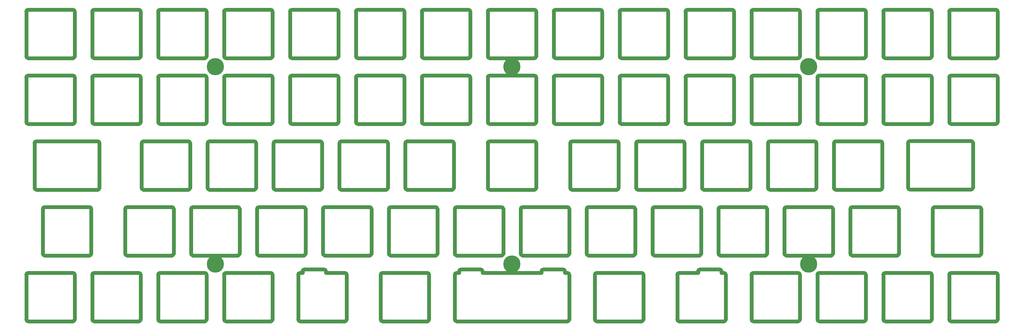
<source format=gbr>
%TF.GenerationSoftware,KiCad,Pcbnew,9.0.4*%
%TF.CreationDate,2026-01-18T18:40:26+01:00*%
%TF.ProjectId,tsuka60-pro-plate,7473756b-6136-4302-9d70-726f2d706c61,rev?*%
%TF.SameCoordinates,Original*%
%TF.FileFunction,Soldermask,Bot*%
%TF.FilePolarity,Negative*%
%FSLAX46Y46*%
G04 Gerber Fmt 4.6, Leading zero omitted, Abs format (unit mm)*
G04 Created by KiCad (PCBNEW 9.0.4) date 2026-01-18 18:40:26*
%MOMM*%
%LPD*%
G01*
G04 APERTURE LIST*
%ADD10C,1.100000*%
%ADD11C,2.900000*%
%ADD12C,5.000000*%
G04 APERTURE END LIST*
D10*
%TO.C,S1*%
X144606250Y-171600000D02*
X144606250Y-158600000D01*
X145106250Y-158100000D02*
X145850606Y-158100000D01*
X145850000Y-158100000D02*
X145850000Y-157599999D01*
X146350000Y-157099999D02*
X152100000Y-157099999D01*
X152600000Y-158100000D02*
X152600000Y-157599999D01*
X152600000Y-158100000D02*
X158106250Y-158100000D01*
X158106250Y-172100000D02*
X145106250Y-172100000D01*
X158606250Y-158600000D02*
X158606250Y-171600000D01*
X189850000Y-171600000D02*
X189850000Y-158600000D01*
X190350000Y-158100000D02*
X191094961Y-158100000D01*
X191093750Y-158100000D02*
X191093750Y-157599999D01*
X191593750Y-157099999D02*
X197343750Y-157099999D01*
X197843750Y-158100000D02*
X197843750Y-157599999D01*
X197843750Y-158100000D02*
X214906250Y-158100000D01*
X203350000Y-172100000D02*
X190350000Y-172100000D01*
X212875000Y-172100000D02*
X199875000Y-172100000D01*
X212875000Y-172100000D02*
X199875000Y-172100000D01*
X214906250Y-158100000D02*
X214906250Y-157599999D01*
X215406250Y-157099999D02*
X221156250Y-157099999D01*
X221656250Y-158100000D02*
X221656250Y-157599999D01*
X221656250Y-158100000D02*
X222400000Y-158100000D01*
X222400000Y-172100000D02*
X209400000Y-172100000D01*
X222900000Y-158600000D02*
X222900000Y-171600000D01*
X254143750Y-171600000D02*
X254143750Y-158600000D01*
X254646514Y-158101116D02*
X260150000Y-158100000D01*
X260150000Y-158100000D02*
X260150000Y-157599999D01*
X260650000Y-157099999D02*
X266400000Y-157099999D01*
X266900000Y-158100000D02*
X266900000Y-157599999D01*
X266900000Y-158100000D02*
X267643750Y-158100000D01*
X267643750Y-172100000D02*
X254643750Y-172100000D01*
X268143750Y-158600000D02*
X268143750Y-171600000D01*
X144609014Y-158601116D02*
G75*
G02*
X145109014Y-158101114I500086J-84D01*
G01*
X145106250Y-172100000D02*
G75*
G02*
X144606300Y-171600000I50J500000D01*
G01*
X145850000Y-157599999D02*
G75*
G02*
X146350000Y-157100000I500000J-1D01*
G01*
X152100000Y-157099999D02*
G75*
G02*
X152600001Y-157599999I0J-500001D01*
G01*
X158106250Y-158100000D02*
G75*
G02*
X158606200Y-158600000I-50J-500000D01*
G01*
X158606250Y-171600000D02*
G75*
G02*
X158106250Y-172100050I-500050J0D01*
G01*
X189852764Y-158601116D02*
G75*
G02*
X190352764Y-158101064I500136J-84D01*
G01*
X190350000Y-172100000D02*
G75*
G02*
X189850000Y-171600000I0J500000D01*
G01*
X191093750Y-157599999D02*
G75*
G02*
X191593750Y-157100050I499950J-1D01*
G01*
X197343750Y-157099999D02*
G75*
G02*
X197843801Y-157599999I-50J-500101D01*
G01*
X214906250Y-157599999D02*
G75*
G02*
X215406250Y-157099999I500001J-1D01*
G01*
X221156250Y-157099999D02*
G75*
G02*
X221656250Y-157599999I-1J-500001D01*
G01*
X222400000Y-158100000D02*
G75*
G02*
X222900000Y-158600000I-1J-500001D01*
G01*
X222900000Y-171600000D02*
G75*
G02*
X222400000Y-172100000I-500001J1D01*
G01*
X254146514Y-158601116D02*
G75*
G02*
X254646514Y-158101116I500112J-112D01*
G01*
X254643750Y-172100000D02*
G75*
G02*
X254143750Y-171600000I1J500001D01*
G01*
X260150000Y-157599999D02*
G75*
G02*
X260650000Y-157099999I500001J-1D01*
G01*
X266400000Y-157099999D02*
G75*
G02*
X266900000Y-157599999I-1J-500001D01*
G01*
X267643750Y-158100000D02*
G75*
G02*
X268143750Y-158600000I-1J-500001D01*
G01*
X268143750Y-171600000D02*
G75*
G02*
X267643750Y-172100000I-500001J1D01*
G01*
%TO.C,MX56*%
X266050000Y-152550000D02*
X266050000Y-139550000D01*
X266550000Y-139050000D02*
X279550000Y-139050000D01*
X279550000Y-153050000D02*
X266550000Y-153050000D01*
X280050000Y-139550000D02*
X280050000Y-152550000D01*
X266050000Y-139550000D02*
G75*
G02*
X266550000Y-139050000I500000J0D01*
G01*
X266550000Y-153050000D02*
G75*
G02*
X266050000Y-152550000I0J500000D01*
G01*
X279550000Y-139050000D02*
G75*
G02*
X280050000Y-139550000I2J-499998D01*
G01*
X280047236Y-152548884D02*
G75*
G02*
X279547236Y-153048884I-499998J-2D01*
G01*
%TO.C,MX73*%
X294625000Y-171600000D02*
X294625000Y-158600000D01*
X295125000Y-158100000D02*
X308125000Y-158100000D01*
X308125000Y-172100000D02*
X295125000Y-172100000D01*
X308625000Y-158600000D02*
X308625000Y-171600000D01*
X294625000Y-158600000D02*
G75*
G02*
X295125000Y-158100000I500000J0D01*
G01*
X295125000Y-172100000D02*
G75*
G02*
X294625000Y-171600000I0J500000D01*
G01*
X308125000Y-158100000D02*
G75*
G02*
X308625000Y-158600000I2J-499998D01*
G01*
X308622236Y-171598884D02*
G75*
G02*
X308122236Y-172098884I-499998J-2D01*
G01*
%TO.C,MX39*%
X223187500Y-133500000D02*
X223187500Y-120500000D01*
X223687500Y-120000000D02*
X236687500Y-120000000D01*
X236687500Y-134000000D02*
X223687500Y-134000000D01*
X237187500Y-120500000D02*
X237187500Y-133500000D01*
X223187500Y-120500000D02*
G75*
G02*
X223687500Y-120000000I500000J0D01*
G01*
X223687500Y-134000000D02*
G75*
G02*
X223187500Y-133500000I0J500000D01*
G01*
X236687500Y-120000000D02*
G75*
G02*
X237187500Y-120500000I2J-499998D01*
G01*
X237184736Y-133498884D02*
G75*
G02*
X236684736Y-133998884I-499998J-2D01*
G01*
%TO.C,MX19*%
X123175000Y-114450000D02*
X123175000Y-101450000D01*
X123675000Y-100950000D02*
X136675000Y-100950000D01*
X136675000Y-114950000D02*
X123675000Y-114950000D01*
X137175000Y-101450000D02*
X137175000Y-114450000D01*
X123175000Y-101450000D02*
G75*
G02*
X123675000Y-100950000I500000J0D01*
G01*
X123675000Y-114950000D02*
G75*
G02*
X123175000Y-114450000I0J500000D01*
G01*
X136675000Y-100950000D02*
G75*
G02*
X137175000Y-101450000I2J-499998D01*
G01*
X137172236Y-114448884D02*
G75*
G02*
X136672236Y-114948884I-499998J-2D01*
G01*
%TO.C,MX5*%
X142225000Y-95400000D02*
X142225000Y-82400000D01*
X142725000Y-81900000D02*
X155725000Y-81900000D01*
X155725000Y-95900000D02*
X142725000Y-95900000D01*
X156225000Y-82400000D02*
X156225000Y-95400000D01*
X142225000Y-82400000D02*
G75*
G02*
X142725000Y-81900000I500000J0D01*
G01*
X142725000Y-95900000D02*
G75*
G02*
X142225000Y-95400000I0J500000D01*
G01*
X155725000Y-81900000D02*
G75*
G02*
X156225000Y-82400000I2J-499998D01*
G01*
X156222236Y-95398884D02*
G75*
G02*
X155722236Y-95898884I-499998J-2D01*
G01*
%TO.C,MX16*%
X66025000Y-114450000D02*
X66025000Y-101450000D01*
X66525000Y-100950000D02*
X79525000Y-100950000D01*
X79525000Y-114950000D02*
X66525000Y-114950000D01*
X80025000Y-101450000D02*
X80025000Y-114450000D01*
X66025000Y-101450000D02*
G75*
G02*
X66525000Y-100950000I500000J0D01*
G01*
X66525000Y-114950000D02*
G75*
G02*
X66025000Y-114450000I0J500000D01*
G01*
X79525000Y-100950000D02*
G75*
G02*
X80025000Y-101450000I2J-499998D01*
G01*
X80022236Y-114448884D02*
G75*
G02*
X79522236Y-114948884I-499998J-2D01*
G01*
%TO.C,MX51*%
X151750000Y-152550000D02*
X151750000Y-139550000D01*
X152250000Y-139050000D02*
X165250000Y-139050000D01*
X165250000Y-153050000D02*
X152250000Y-153050000D01*
X165750000Y-139550000D02*
X165750000Y-152550000D01*
X151750000Y-139550000D02*
G75*
G02*
X152250000Y-139050000I500000J0D01*
G01*
X152250000Y-153050000D02*
G75*
G02*
X151750000Y-152550000I0J500000D01*
G01*
X165250000Y-139050000D02*
G75*
G02*
X165750000Y-139550000I2J-499998D01*
G01*
X165747236Y-152548884D02*
G75*
G02*
X165247236Y-153048884I-499998J-2D01*
G01*
%TO.C,MX40*%
X242237500Y-133500000D02*
X242237500Y-120500000D01*
X242737500Y-120000000D02*
X255737500Y-120000000D01*
X255737500Y-134000000D02*
X242737500Y-134000000D01*
X256237500Y-120500000D02*
X256237500Y-133500000D01*
X242237500Y-120500000D02*
G75*
G02*
X242737500Y-120000000I500000J0D01*
G01*
X242737500Y-134000000D02*
G75*
G02*
X242237500Y-133500000I0J500000D01*
G01*
X255737500Y-120000000D02*
G75*
G02*
X256237500Y-120500000I2J-499998D01*
G01*
X256234736Y-133498884D02*
G75*
G02*
X255734736Y-133998884I-499998J-2D01*
G01*
%TO.C,MX8*%
X199375000Y-95400000D02*
X199375000Y-82400000D01*
X199875000Y-81900000D02*
X212875000Y-81900000D01*
X212875000Y-95900000D02*
X199875000Y-95900000D01*
X213375000Y-82400000D02*
X213375000Y-95400000D01*
X199375000Y-82400000D02*
G75*
G02*
X199875000Y-81900000I500000J0D01*
G01*
X199875000Y-95900000D02*
G75*
G02*
X199375000Y-95400000I0J500000D01*
G01*
X212875000Y-81900000D02*
G75*
G02*
X213375000Y-82400000I2J-499998D01*
G01*
X213372236Y-95398884D02*
G75*
G02*
X212872236Y-95898884I-499998J-2D01*
G01*
%TO.C,MX7*%
X180325000Y-95400000D02*
X180325000Y-82400000D01*
X180825000Y-81900000D02*
X193825000Y-81900000D01*
X193825000Y-95900000D02*
X180825000Y-95900000D01*
X194325000Y-82400000D02*
X194325000Y-95400000D01*
X180325000Y-82400000D02*
G75*
G02*
X180825000Y-81900000I500000J0D01*
G01*
X180825000Y-95900000D02*
G75*
G02*
X180325000Y-95400000I0J500000D01*
G01*
X193825000Y-81900000D02*
G75*
G02*
X194325000Y-82400000I2J-499998D01*
G01*
X194322236Y-95398884D02*
G75*
G02*
X193822236Y-95898884I-499998J-2D01*
G01*
%TO.C,MX26*%
X256525000Y-114450000D02*
X256525000Y-101450000D01*
X257025000Y-100950000D02*
X270025000Y-100950000D01*
X270025000Y-114950000D02*
X257025000Y-114950000D01*
X270525000Y-101450000D02*
X270525000Y-114450000D01*
X256525000Y-101450000D02*
G75*
G02*
X257025000Y-100950000I500000J0D01*
G01*
X257025000Y-114950000D02*
G75*
G02*
X256525000Y-114450000I0J500000D01*
G01*
X270025000Y-100950000D02*
G75*
G02*
X270525000Y-101450000I2J-499998D01*
G01*
X270522236Y-114448884D02*
G75*
G02*
X270022236Y-114948884I-499998J-2D01*
G01*
%TO.C,MX68*%
X208900000Y-152550000D02*
X208900000Y-139550000D01*
X209400000Y-139050000D02*
X222400000Y-139050000D01*
X222400000Y-153050000D02*
X209400000Y-153050000D01*
X222900000Y-139550000D02*
X222900000Y-152550000D01*
X208900000Y-139550000D02*
G75*
G02*
X209400000Y-139050000I500000J0D01*
G01*
X209400000Y-153050000D02*
G75*
G02*
X208900000Y-152550000I0J500000D01*
G01*
X222400000Y-139050000D02*
G75*
G02*
X222900000Y-139550000I2J-499998D01*
G01*
X222897236Y-152548884D02*
G75*
G02*
X222397236Y-153048884I-499998J-2D01*
G01*
%TO.C,MX41*%
X261287500Y-133500000D02*
X261287500Y-120500000D01*
X261787500Y-120000000D02*
X274787500Y-120000000D01*
X274787500Y-134000000D02*
X261787500Y-134000000D01*
X275287500Y-120500000D02*
X275287500Y-133500000D01*
X261287500Y-120500000D02*
G75*
G02*
X261787500Y-120000000I500000J0D01*
G01*
X261787500Y-134000000D02*
G75*
G02*
X261287500Y-133500000I0J500000D01*
G01*
X274787500Y-120000000D02*
G75*
G02*
X275287500Y-120500000I2J-499998D01*
G01*
X275284736Y-133498884D02*
G75*
G02*
X274784736Y-133998884I-499998J-2D01*
G01*
%TO.C,MX48*%
X94600000Y-152550000D02*
X94600000Y-139550000D01*
X95100000Y-139050000D02*
X108100000Y-139050000D01*
X108100000Y-153050000D02*
X95100000Y-153050000D01*
X108600000Y-139550000D02*
X108600000Y-152550000D01*
X94600000Y-139550000D02*
G75*
G02*
X95100000Y-139050000I500000J0D01*
G01*
X95100000Y-153050000D02*
G75*
G02*
X94600000Y-152550000I0J500000D01*
G01*
X108100000Y-139050000D02*
G75*
G02*
X108600000Y-139550000I2J-499998D01*
G01*
X108597236Y-152548884D02*
G75*
G02*
X108097236Y-153048884I-499998J-2D01*
G01*
%TO.C,MX22*%
X180325000Y-114450000D02*
X180325000Y-101450000D01*
X180825000Y-100950000D02*
X193825000Y-100950000D01*
X193825000Y-114950000D02*
X180825000Y-114950000D01*
X194325000Y-101450000D02*
X194325000Y-114450000D01*
X180325000Y-101450000D02*
G75*
G02*
X180825000Y-100950000I500000J0D01*
G01*
X180825000Y-114950000D02*
G75*
G02*
X180325000Y-114450000I0J500000D01*
G01*
X193825000Y-100950000D02*
G75*
G02*
X194325000Y-101450000I2J-499998D01*
G01*
X194322236Y-114448884D02*
G75*
G02*
X193822236Y-114948884I-499998J-2D01*
G01*
%TO.C,MX35*%
X137462500Y-133500000D02*
X137462500Y-120500000D01*
X137962500Y-120000000D02*
X150962500Y-120000000D01*
X150962500Y-134000000D02*
X137962500Y-134000000D01*
X151462500Y-120500000D02*
X151462500Y-133500000D01*
X137462500Y-120500000D02*
G75*
G02*
X137962500Y-120000000I500000J0D01*
G01*
X137962500Y-134000000D02*
G75*
G02*
X137462500Y-133500000I0J500000D01*
G01*
X150962500Y-120000000D02*
G75*
G02*
X151462500Y-120500000I2J-499998D01*
G01*
X151459736Y-133498884D02*
G75*
G02*
X150959736Y-133998884I-499998J-2D01*
G01*
%TO.C,MX2*%
X85075000Y-95400000D02*
X85075000Y-82400000D01*
X85575000Y-81900000D02*
X98575000Y-81900000D01*
X98575000Y-95900000D02*
X85575000Y-95900000D01*
X99075000Y-82400000D02*
X99075000Y-95400000D01*
X85077764Y-82401116D02*
G75*
G02*
X85577764Y-81901116I499998J2D01*
G01*
X85575000Y-95900000D02*
G75*
G02*
X85075000Y-95400000I-2J499998D01*
G01*
X98575000Y-81900000D02*
G75*
G02*
X99075000Y-82400000I0J-500000D01*
G01*
X99075000Y-95400000D02*
G75*
G02*
X98575000Y-95900000I-500000J0D01*
G01*
%TO.C,MX66*%
X168418750Y-171600000D02*
X168418750Y-158600000D01*
X168918750Y-158100000D02*
X181918750Y-158100000D01*
X181918750Y-172100000D02*
X168918750Y-172100000D01*
X182418750Y-158600000D02*
X182418750Y-171600000D01*
X168418750Y-158600000D02*
G75*
G02*
X168918750Y-158100000I500000J0D01*
G01*
X168918750Y-172100000D02*
G75*
G02*
X168418750Y-171600000I0J500000D01*
G01*
X181918750Y-158100000D02*
G75*
G02*
X182418750Y-158600000I2J-499998D01*
G01*
X182415986Y-171598884D02*
G75*
G02*
X181915986Y-172098884I-499998J-2D01*
G01*
%TO.C,MX14*%
X313675000Y-95400000D02*
X313675000Y-82400000D01*
X314175000Y-81900000D02*
X327175000Y-81900000D01*
X327175000Y-95900000D02*
X314175000Y-95900000D01*
X327675000Y-82400000D02*
X327675000Y-95400000D01*
X313675000Y-82400000D02*
G75*
G02*
X314175000Y-81900000I500000J0D01*
G01*
X314175000Y-95900000D02*
G75*
G02*
X313675000Y-95400000I0J500000D01*
G01*
X327175000Y-81900000D02*
G75*
G02*
X327675000Y-82400000I2J-499998D01*
G01*
X327672236Y-95398884D02*
G75*
G02*
X327172236Y-95898884I-499998J-2D01*
G01*
%TO.C,MX54*%
X227950000Y-152550000D02*
X227950000Y-139550000D01*
X228450000Y-139050000D02*
X241450000Y-139050000D01*
X241450000Y-153050000D02*
X228450000Y-153050000D01*
X241950000Y-139550000D02*
X241950000Y-152550000D01*
X227950000Y-139550000D02*
G75*
G02*
X228450000Y-139050000I500000J0D01*
G01*
X228450000Y-153050000D02*
G75*
G02*
X227950000Y-152550000I0J500000D01*
G01*
X241450000Y-139050000D02*
G75*
G02*
X241950000Y-139550000I2J-499998D01*
G01*
X241947236Y-152548884D02*
G75*
G02*
X241447236Y-153048884I-499998J-2D01*
G01*
%TO.C,MX10*%
X237475000Y-95400000D02*
X237475000Y-82400000D01*
X237975000Y-81900000D02*
X250975000Y-81900000D01*
X250975000Y-95900000D02*
X237975000Y-95900000D01*
X251475000Y-82400000D02*
X251475000Y-95400000D01*
X237475000Y-82400000D02*
G75*
G02*
X237975000Y-81900000I500000J0D01*
G01*
X237975000Y-95900000D02*
G75*
G02*
X237475000Y-95400000I0J500000D01*
G01*
X250975000Y-81900000D02*
G75*
G02*
X251475000Y-82400000I2J-499998D01*
G01*
X251472236Y-95398884D02*
G75*
G02*
X250972236Y-95898884I-499998J-2D01*
G01*
%TO.C,MX20*%
X142225000Y-114450000D02*
X142225000Y-101450000D01*
X142725000Y-100950000D02*
X155725000Y-100950000D01*
X155725000Y-114950000D02*
X142725000Y-114950000D01*
X156225000Y-101450000D02*
X156225000Y-114450000D01*
X142225000Y-101450000D02*
G75*
G02*
X142725000Y-100950000I500000J0D01*
G01*
X142725000Y-114950000D02*
G75*
G02*
X142225000Y-114450000I0J500000D01*
G01*
X155725000Y-100950000D02*
G75*
G02*
X156225000Y-101450000I2J-499998D01*
G01*
X156222236Y-114448884D02*
G75*
G02*
X155722236Y-114948884I-499998J-2D01*
G01*
%TO.C,MX32_2*%
X68406250Y-133500000D02*
X68406250Y-120500000D01*
X68909014Y-120001116D02*
X86668750Y-120000000D01*
X86668750Y-134000000D02*
X68906250Y-134000000D01*
X87168750Y-120500000D02*
X87168750Y-133500000D01*
X68409014Y-120501116D02*
G75*
G02*
X68909014Y-120001116I500001J-1D01*
G01*
X68906250Y-134000000D02*
G75*
G02*
X68406250Y-133500000I1J500001D01*
G01*
X86668750Y-120000000D02*
G75*
G02*
X87168750Y-120500000I0J-500000D01*
G01*
X87168750Y-133500000D02*
G75*
G02*
X86668750Y-134000000I-500100J100D01*
G01*
%TO.C,MX42*%
X280337500Y-133500000D02*
X280337500Y-120500000D01*
X280837500Y-120000000D02*
X293837500Y-120000000D01*
X293837500Y-134000000D02*
X280837500Y-134000000D01*
X294337500Y-120500000D02*
X294337500Y-133500000D01*
X280337500Y-120500000D02*
G75*
G02*
X280837500Y-120000000I500000J0D01*
G01*
X280837500Y-134000000D02*
G75*
G02*
X280337500Y-133500000I0J500000D01*
G01*
X293837500Y-120000000D02*
G75*
G02*
X294337500Y-120500000I2J-499998D01*
G01*
X294334736Y-133498884D02*
G75*
G02*
X293834736Y-133998884I-499998J-2D01*
G01*
%TO.C,MX24*%
X218425000Y-114450000D02*
X218425000Y-101450000D01*
X218925000Y-100950000D02*
X231925000Y-100950000D01*
X231925000Y-114950000D02*
X218925000Y-114950000D01*
X232425000Y-101450000D02*
X232425000Y-114450000D01*
X218425000Y-101450000D02*
G75*
G02*
X218925000Y-100950000I500000J0D01*
G01*
X218925000Y-114950000D02*
G75*
G02*
X218425000Y-114450000I0J500000D01*
G01*
X231925000Y-100950000D02*
G75*
G02*
X232425000Y-101450000I2J-499998D01*
G01*
X232422236Y-114448884D02*
G75*
G02*
X231922236Y-114948884I-499998J-2D01*
G01*
%TO.C,MX12*%
X275575000Y-95400000D02*
X275575000Y-82400000D01*
X276075000Y-81900000D02*
X289075000Y-81900000D01*
X289075000Y-95900000D02*
X276075000Y-95900000D01*
X289575000Y-82400000D02*
X289575000Y-95400000D01*
X275575000Y-82400000D02*
G75*
G02*
X276075000Y-81900000I500000J0D01*
G01*
X276075000Y-95900000D02*
G75*
G02*
X275575000Y-95400000I0J500000D01*
G01*
X289075000Y-81900000D02*
G75*
G02*
X289575000Y-82400000I2J-499998D01*
G01*
X289572236Y-95398884D02*
G75*
G02*
X289072236Y-95898884I-499998J-2D01*
G01*
%TO.C,MX15*%
X332725000Y-95400000D02*
X332725000Y-82400000D01*
X333225000Y-81900000D02*
X346225000Y-81900000D01*
X346225000Y-95900000D02*
X333225000Y-95900000D01*
X346725000Y-82400000D02*
X346725000Y-95400000D01*
X332725000Y-82400000D02*
G75*
G02*
X333225000Y-81900000I500000J0D01*
G01*
X333225000Y-95900000D02*
G75*
G02*
X332725000Y-95400000I0J500000D01*
G01*
X346225000Y-81900000D02*
G75*
G02*
X346725000Y-82400000I2J-499998D01*
G01*
X346722236Y-95398884D02*
G75*
G02*
X346222236Y-95898884I-499998J-2D01*
G01*
%TO.C,MX50*%
X132700000Y-152550000D02*
X132700000Y-139550000D01*
X133200000Y-139050000D02*
X146200000Y-139050000D01*
X146200000Y-153050000D02*
X133200000Y-153050000D01*
X146700000Y-139550000D02*
X146700000Y-152550000D01*
X132700000Y-139550000D02*
G75*
G02*
X133200000Y-139050000I500000J0D01*
G01*
X133200000Y-153050000D02*
G75*
G02*
X132700000Y-152550000I0J500000D01*
G01*
X146200000Y-139050000D02*
G75*
G02*
X146700000Y-139550000I2J-499998D01*
G01*
X146697236Y-152548884D02*
G75*
G02*
X146197236Y-153048884I-499998J-2D01*
G01*
%TO.C,MX1*%
X66025000Y-95400000D02*
X66025000Y-82400000D01*
X66525000Y-81900000D02*
X79525000Y-81900000D01*
X79525000Y-95900000D02*
X66525000Y-95900000D01*
X80025000Y-82400000D02*
X80025000Y-95400000D01*
X66027764Y-82401116D02*
G75*
G02*
X66527764Y-81901116I499998J2D01*
G01*
X66525000Y-95900000D02*
G75*
G02*
X66025000Y-95400000I-2J499998D01*
G01*
X79525000Y-81900000D02*
G75*
G02*
X80025000Y-82400000I0J-500000D01*
G01*
X80025000Y-95400000D02*
G75*
G02*
X79525000Y-95900000I-500000J0D01*
G01*
%TO.C,MX29*%
X313675000Y-114450000D02*
X313675000Y-101450000D01*
X314175000Y-100950000D02*
X327175000Y-100950000D01*
X327175000Y-114950000D02*
X314175000Y-114950000D01*
X327675000Y-101450000D02*
X327675000Y-114450000D01*
X313675000Y-101450000D02*
G75*
G02*
X314175000Y-100950000I500000J0D01*
G01*
X314175000Y-114950000D02*
G75*
G02*
X313675000Y-114450000I0J500000D01*
G01*
X327175000Y-100950000D02*
G75*
G02*
X327675000Y-101450000I2J-499998D01*
G01*
X327672236Y-114448884D02*
G75*
G02*
X327172236Y-114948884I-499998J-2D01*
G01*
%TO.C,MX57*%
X285100000Y-152550000D02*
X285100000Y-139550000D01*
X285600000Y-139050000D02*
X298600000Y-139050000D01*
X298600000Y-153050000D02*
X285600000Y-153050000D01*
X299100000Y-139550000D02*
X299100000Y-152550000D01*
X285100000Y-139550000D02*
G75*
G02*
X285600000Y-139050000I500000J0D01*
G01*
X285600000Y-153050000D02*
G75*
G02*
X285100000Y-152550000I0J500000D01*
G01*
X298600000Y-139050000D02*
G75*
G02*
X299100000Y-139550000I2J-499998D01*
G01*
X299097236Y-152548884D02*
G75*
G02*
X298597236Y-153048884I-499998J-2D01*
G01*
%TO.C,MX18*%
X104125000Y-114450000D02*
X104125000Y-101450000D01*
X104625000Y-100950000D02*
X117625000Y-100950000D01*
X117625000Y-114950000D02*
X104625000Y-114950000D01*
X118125000Y-101450000D02*
X118125000Y-114450000D01*
X104125000Y-101450000D02*
G75*
G02*
X104625000Y-100950000I500000J0D01*
G01*
X104625000Y-114950000D02*
G75*
G02*
X104125000Y-114450000I0J500000D01*
G01*
X117625000Y-100950000D02*
G75*
G02*
X118125000Y-101450000I2J-499998D01*
G01*
X118122236Y-114448884D02*
G75*
G02*
X117622236Y-114948884I-499998J-2D01*
G01*
%TO.C,MX21*%
X161275000Y-114450000D02*
X161275000Y-101450000D01*
X161775000Y-100950000D02*
X174775000Y-100950000D01*
X174775000Y-114950000D02*
X161775000Y-114950000D01*
X175275000Y-101450000D02*
X175275000Y-114450000D01*
X161275000Y-101450000D02*
G75*
G02*
X161775000Y-100950000I500000J0D01*
G01*
X161775000Y-114950000D02*
G75*
G02*
X161275000Y-114450000I0J500000D01*
G01*
X174775000Y-100950000D02*
G75*
G02*
X175275000Y-101450000I2J-499998D01*
G01*
X175272236Y-114448884D02*
G75*
G02*
X174772236Y-114948884I-499998J-2D01*
G01*
%TO.C,MX59*%
X327962500Y-152550000D02*
X327962500Y-139550000D01*
X328462500Y-139050000D02*
X341462500Y-139050000D01*
X341462500Y-153050000D02*
X328462500Y-153050000D01*
X341962500Y-139550000D02*
X341962500Y-152550000D01*
X327962500Y-139550000D02*
G75*
G02*
X328462500Y-139050000I500000J0D01*
G01*
X328462500Y-153050000D02*
G75*
G02*
X327962500Y-152550000I0J500000D01*
G01*
X341462500Y-139050000D02*
G75*
G02*
X341962500Y-139550000I2J-499998D01*
G01*
X341959736Y-152548884D02*
G75*
G02*
X341459736Y-153048884I-499998J-2D01*
G01*
%TO.C,MX43*%
X299387500Y-133500000D02*
X299387500Y-120500000D01*
X299887500Y-120000000D02*
X312887500Y-120000000D01*
X312887500Y-134000000D02*
X299887500Y-134000000D01*
X313387500Y-120500000D02*
X313387500Y-133500000D01*
X299387500Y-120500000D02*
G75*
G02*
X299887500Y-120000000I500000J0D01*
G01*
X299887500Y-134000000D02*
G75*
G02*
X299387500Y-133500000I0J500000D01*
G01*
X312887500Y-120000000D02*
G75*
G02*
X313387500Y-120500000I2J-499998D01*
G01*
X313384736Y-133498884D02*
G75*
G02*
X312884736Y-133998884I-499998J-2D01*
G01*
%TO.C,MX75*%
X332725000Y-171600000D02*
X332725000Y-158600000D01*
X333225000Y-158100000D02*
X346225000Y-158100000D01*
X346225000Y-172100000D02*
X333225000Y-172100000D01*
X346725000Y-158600000D02*
X346725000Y-171600000D01*
X332725000Y-158600000D02*
G75*
G02*
X333225000Y-158100000I500000J0D01*
G01*
X333225000Y-172100000D02*
G75*
G02*
X332725000Y-171600000I0J500000D01*
G01*
X346225000Y-158100000D02*
G75*
G02*
X346725000Y-158600000I2J-499998D01*
G01*
X346722236Y-171598884D02*
G75*
G02*
X346222236Y-172098884I-499998J-2D01*
G01*
%TO.C,MX38*%
X199375000Y-133500000D02*
X199375000Y-120500000D01*
X199875000Y-120000000D02*
X212875000Y-120000000D01*
X212875000Y-134000000D02*
X199875000Y-134000000D01*
X213375000Y-120500000D02*
X213375000Y-133500000D01*
X199375000Y-120500000D02*
G75*
G02*
X199875000Y-120000000I500000J0D01*
G01*
X199875000Y-134000000D02*
G75*
G02*
X199375000Y-133500000I0J500000D01*
G01*
X212875000Y-120000000D02*
G75*
G02*
X213375000Y-120500000I2J-499998D01*
G01*
X213372236Y-133498884D02*
G75*
G02*
X212872236Y-133998884I-499998J-2D01*
G01*
%TO.C,MX36*%
X156512500Y-133500000D02*
X156512500Y-120500000D01*
X157012500Y-120000000D02*
X170012500Y-120000000D01*
X170012500Y-134000000D02*
X157012500Y-134000000D01*
X170512500Y-120500000D02*
X170512500Y-133500000D01*
X156512500Y-120500000D02*
G75*
G02*
X157012500Y-120000000I500000J0D01*
G01*
X157012500Y-134000000D02*
G75*
G02*
X156512500Y-133500000I0J500000D01*
G01*
X170012500Y-120000000D02*
G75*
G02*
X170512500Y-120500000I2J-499998D01*
G01*
X170509736Y-133498884D02*
G75*
G02*
X170009736Y-133998884I-499998J-2D01*
G01*
%TO.C,MX11*%
X256525000Y-95400000D02*
X256525000Y-82400000D01*
X257025000Y-81900000D02*
X270025000Y-81900000D01*
X270025000Y-95900000D02*
X257025000Y-95900000D01*
X270525000Y-82400000D02*
X270525000Y-95400000D01*
X256525000Y-82400000D02*
G75*
G02*
X257025000Y-81900000I500000J0D01*
G01*
X257025000Y-95900000D02*
G75*
G02*
X256525000Y-95400000I0J500000D01*
G01*
X270025000Y-81900000D02*
G75*
G02*
X270525000Y-82400000I2J-499998D01*
G01*
X270522236Y-95398884D02*
G75*
G02*
X270022236Y-95898884I-499998J-2D01*
G01*
%TO.C,MX61*%
X66025000Y-171600000D02*
X66025000Y-158600000D01*
X66525000Y-158100000D02*
X79525000Y-158100000D01*
X79525000Y-172100000D02*
X66525000Y-172100000D01*
X80025000Y-158600000D02*
X80025000Y-171600000D01*
X66025000Y-158600000D02*
G75*
G02*
X66525000Y-158100000I500000J0D01*
G01*
X66525000Y-172100000D02*
G75*
G02*
X66025000Y-171600000I0J500000D01*
G01*
X79525000Y-158100000D02*
G75*
G02*
X80025000Y-158600000I2J-499998D01*
G01*
X80022236Y-171598884D02*
G75*
G02*
X79522236Y-172098884I-499998J-2D01*
G01*
%TO.C,MX27*%
X275575000Y-114450000D02*
X275575000Y-101450000D01*
X276075000Y-100950000D02*
X289075000Y-100950000D01*
X289075000Y-114950000D02*
X276075000Y-114950000D01*
X289575000Y-101450000D02*
X289575000Y-114450000D01*
X275575000Y-101450000D02*
G75*
G02*
X276075000Y-100950000I500000J0D01*
G01*
X276075000Y-114950000D02*
G75*
G02*
X275575000Y-114450000I0J500000D01*
G01*
X289075000Y-100950000D02*
G75*
G02*
X289575000Y-101450000I2J-499998D01*
G01*
X289572236Y-114448884D02*
G75*
G02*
X289072236Y-114948884I-499998J-2D01*
G01*
%TO.C,MX47*%
X70787500Y-152550000D02*
X70787500Y-139550000D01*
X71287500Y-139050000D02*
X84287500Y-139050000D01*
X84287500Y-153050000D02*
X71287500Y-153050000D01*
X84787500Y-139550000D02*
X84787500Y-152550000D01*
X70787500Y-139550000D02*
G75*
G02*
X71287500Y-139050000I500000J0D01*
G01*
X71287500Y-153050000D02*
G75*
G02*
X70787500Y-152550000I0J500000D01*
G01*
X84287500Y-139050000D02*
G75*
G02*
X84787500Y-139550000I2J-499998D01*
G01*
X84784736Y-152548884D02*
G75*
G02*
X84284736Y-153048884I-499998J-2D01*
G01*
%TO.C,MX3*%
X104125000Y-95400000D02*
X104125000Y-82400000D01*
X104625000Y-81900000D02*
X117625000Y-81900000D01*
X117625000Y-95900000D02*
X104625000Y-95900000D01*
X118125000Y-82400000D02*
X118125000Y-95400000D01*
X104125000Y-82400000D02*
G75*
G02*
X104625000Y-81900000I500000J0D01*
G01*
X104625000Y-95900000D02*
G75*
G02*
X104125000Y-95400000I0J500000D01*
G01*
X117625000Y-81900000D02*
G75*
G02*
X118125000Y-82400000I2J-499998D01*
G01*
X118122236Y-95398884D02*
G75*
G02*
X117622236Y-95898884I-499998J-2D01*
G01*
%TO.C,MX33*%
X99362500Y-133500000D02*
X99362500Y-120500000D01*
X99862500Y-120000000D02*
X112862500Y-120000000D01*
X112862500Y-134000000D02*
X99862500Y-134000000D01*
X113362500Y-120500000D02*
X113362500Y-133500000D01*
X99362500Y-120500000D02*
G75*
G02*
X99862500Y-120000000I500000J0D01*
G01*
X99862500Y-134000000D02*
G75*
G02*
X99362500Y-133500000I0J500000D01*
G01*
X112862500Y-120000000D02*
G75*
G02*
X113362500Y-120500000I2J-499998D01*
G01*
X113359736Y-133498884D02*
G75*
G02*
X112859736Y-133998884I-499998J-2D01*
G01*
%TO.C,MX49*%
X113650000Y-152550000D02*
X113650000Y-139550000D01*
X114150000Y-139050000D02*
X127150000Y-139050000D01*
X127150000Y-153050000D02*
X114150000Y-153050000D01*
X127650000Y-139550000D02*
X127650000Y-152550000D01*
X113650000Y-139550000D02*
G75*
G02*
X114150000Y-139050000I500000J0D01*
G01*
X114150000Y-153050000D02*
G75*
G02*
X113650000Y-152550000I0J500000D01*
G01*
X127150000Y-139050000D02*
G75*
G02*
X127650000Y-139550000I2J-499998D01*
G01*
X127647236Y-152548884D02*
G75*
G02*
X127147236Y-153048884I-499998J-2D01*
G01*
%TO.C,MX64*%
X123175000Y-171600000D02*
X123175000Y-158600000D01*
X123675000Y-158100000D02*
X136675000Y-158100000D01*
X136675000Y-172100000D02*
X123675000Y-172100000D01*
X137175000Y-158600000D02*
X137175000Y-171600000D01*
X123175000Y-158600000D02*
G75*
G02*
X123675000Y-158100000I500000J0D01*
G01*
X123675000Y-172100000D02*
G75*
G02*
X123175000Y-171600000I0J500000D01*
G01*
X136675000Y-158100000D02*
G75*
G02*
X137175000Y-158600000I2J-499998D01*
G01*
X137172236Y-171598884D02*
G75*
G02*
X136672236Y-172098884I-499998J-2D01*
G01*
%TO.C,MX23*%
X199375000Y-114450000D02*
X199375000Y-101450000D01*
X199875000Y-100950000D02*
X212875000Y-100950000D01*
X212875000Y-114950000D02*
X199875000Y-114950000D01*
X213375000Y-101450000D02*
X213375000Y-114450000D01*
X199375000Y-101450000D02*
G75*
G02*
X199875000Y-100950000I500000J0D01*
G01*
X199875000Y-114950000D02*
G75*
G02*
X199375000Y-114450000I0J500000D01*
G01*
X212875000Y-100950000D02*
G75*
G02*
X213375000Y-101450000I2J-499998D01*
G01*
X213372236Y-114448884D02*
G75*
G02*
X212872236Y-114948884I-499998J-2D01*
G01*
%TO.C,MX13*%
X294625000Y-95400000D02*
X294625000Y-82400000D01*
X295125000Y-81900000D02*
X308125000Y-81900000D01*
X308125000Y-95900000D02*
X295125000Y-95900000D01*
X308625000Y-82400000D02*
X308625000Y-95400000D01*
X294625000Y-82400000D02*
G75*
G02*
X295125000Y-81900000I500000J0D01*
G01*
X295125000Y-95900000D02*
G75*
G02*
X294625000Y-95400000I0J500000D01*
G01*
X308125000Y-81900000D02*
G75*
G02*
X308625000Y-82400000I2J-499998D01*
G01*
X308622236Y-95398884D02*
G75*
G02*
X308122236Y-95898884I-499998J-2D01*
G01*
%TO.C,MX9*%
X218425000Y-95400000D02*
X218425000Y-82400000D01*
X218925000Y-81900000D02*
X231925000Y-81900000D01*
X231925000Y-95900000D02*
X218925000Y-95900000D01*
X232425000Y-82400000D02*
X232425000Y-95400000D01*
X218425000Y-82400000D02*
G75*
G02*
X218925000Y-81900000I500000J0D01*
G01*
X218925000Y-95900000D02*
G75*
G02*
X218425000Y-95400000I0J500000D01*
G01*
X231925000Y-81900000D02*
G75*
G02*
X232425000Y-82400000I2J-499998D01*
G01*
X232422236Y-95398884D02*
G75*
G02*
X231922236Y-95898884I-499998J-2D01*
G01*
%TO.C,MX34*%
X118412500Y-133500000D02*
X118412500Y-120500000D01*
X118912500Y-120000000D02*
X131912500Y-120000000D01*
X131912500Y-134000000D02*
X118912500Y-134000000D01*
X132412500Y-120500000D02*
X132412500Y-133500000D01*
X118412500Y-120500000D02*
G75*
G02*
X118912500Y-120000000I500000J0D01*
G01*
X118912500Y-134000000D02*
G75*
G02*
X118412500Y-133500000I0J500000D01*
G01*
X131912500Y-120000000D02*
G75*
G02*
X132412500Y-120500000I2J-499998D01*
G01*
X132409736Y-133498884D02*
G75*
G02*
X131909736Y-133998884I-499998J-2D01*
G01*
%TO.C,MX63*%
X104125000Y-171600000D02*
X104125000Y-158600000D01*
X104625000Y-158100000D02*
X117625000Y-158100000D01*
X117625000Y-172100000D02*
X104625000Y-172100000D01*
X118125000Y-158600000D02*
X118125000Y-171600000D01*
X104125000Y-158600000D02*
G75*
G02*
X104625000Y-158100000I500000J0D01*
G01*
X104625000Y-172100000D02*
G75*
G02*
X104125000Y-171600000I0J500000D01*
G01*
X117625000Y-158100000D02*
G75*
G02*
X118125000Y-158600000I2J-499998D01*
G01*
X118122236Y-171598884D02*
G75*
G02*
X117622236Y-172098884I-499998J-2D01*
G01*
%TO.C,MX53*%
X189850000Y-152550000D02*
X189850000Y-139550000D01*
X190350000Y-139050000D02*
X203350000Y-139050000D01*
X203350000Y-153050000D02*
X190350000Y-153050000D01*
X203850000Y-139550000D02*
X203850000Y-152550000D01*
X189850000Y-139550000D02*
G75*
G02*
X190350000Y-139050000I500000J0D01*
G01*
X190350000Y-153050000D02*
G75*
G02*
X189850000Y-152550000I0J500000D01*
G01*
X203350000Y-139050000D02*
G75*
G02*
X203850000Y-139550000I2J-499998D01*
G01*
X203847236Y-152548884D02*
G75*
G02*
X203347236Y-153048884I-499998J-2D01*
G01*
%TO.C,MX74*%
X313675000Y-171600000D02*
X313675000Y-158600000D01*
X314175000Y-158100000D02*
X327175000Y-158100000D01*
X327175000Y-172100000D02*
X314175000Y-172100000D01*
X327675000Y-158600000D02*
X327675000Y-171600000D01*
X313675000Y-158600000D02*
G75*
G02*
X314175000Y-158100000I500000J0D01*
G01*
X314175000Y-172100000D02*
G75*
G02*
X313675000Y-171600000I0J500000D01*
G01*
X327175000Y-158100000D02*
G75*
G02*
X327675000Y-158600000I2J-499998D01*
G01*
X327672236Y-171598884D02*
G75*
G02*
X327172236Y-172098884I-499998J-2D01*
G01*
%TO.C,MX4*%
X123175000Y-95400000D02*
X123175000Y-82400000D01*
X123675000Y-81900000D02*
X136675000Y-81900000D01*
X136675000Y-95900000D02*
X123675000Y-95900000D01*
X137175000Y-82400000D02*
X137175000Y-95400000D01*
X123175000Y-82400000D02*
G75*
G02*
X123675000Y-81900000I500000J0D01*
G01*
X123675000Y-95900000D02*
G75*
G02*
X123175000Y-95400000I0J500000D01*
G01*
X136675000Y-81900000D02*
G75*
G02*
X137175000Y-82400000I2J-499998D01*
G01*
X137172236Y-95398884D02*
G75*
G02*
X136672236Y-95898884I-499998J-2D01*
G01*
%TO.C,MX52*%
X170800000Y-152550000D02*
X170800000Y-139550000D01*
X171300000Y-139050000D02*
X184300000Y-139050000D01*
X184300000Y-153050000D02*
X171300000Y-153050000D01*
X184800000Y-139550000D02*
X184800000Y-152550000D01*
X170800000Y-139550000D02*
G75*
G02*
X171300000Y-139050000I500000J0D01*
G01*
X171300000Y-153050000D02*
G75*
G02*
X170800000Y-152550000I0J500000D01*
G01*
X184300000Y-139050000D02*
G75*
G02*
X184800000Y-139550000I2J-499998D01*
G01*
X184797236Y-152548884D02*
G75*
G02*
X184297236Y-153048884I-499998J-2D01*
G01*
%TO.C,MX55*%
X247000000Y-152550000D02*
X247000000Y-139550000D01*
X247500000Y-139050000D02*
X260500000Y-139050000D01*
X260500000Y-153050000D02*
X247500000Y-153050000D01*
X261000000Y-139550000D02*
X261000000Y-152550000D01*
X247000000Y-139550000D02*
G75*
G02*
X247500000Y-139050000I500000J0D01*
G01*
X247500000Y-153050000D02*
G75*
G02*
X247000000Y-152550000I0J500000D01*
G01*
X260500000Y-139050000D02*
G75*
G02*
X261000000Y-139550000I2J-499998D01*
G01*
X260997236Y-152548884D02*
G75*
G02*
X260497236Y-153048884I-499998J-2D01*
G01*
%TO.C,MX25*%
X237475000Y-114450000D02*
X237475000Y-101450000D01*
X237975000Y-100950000D02*
X250975000Y-100950000D01*
X250975000Y-114950000D02*
X237975000Y-114950000D01*
X251475000Y-101450000D02*
X251475000Y-114450000D01*
X237475000Y-101450000D02*
G75*
G02*
X237975000Y-100950000I500000J0D01*
G01*
X237975000Y-114950000D02*
G75*
G02*
X237475000Y-114450000I0J500000D01*
G01*
X250975000Y-100950000D02*
G75*
G02*
X251475000Y-101450000I2J-499998D01*
G01*
X251472236Y-114448884D02*
G75*
G02*
X250972236Y-114948884I-499998J-2D01*
G01*
%TO.C,MX72*%
X275575000Y-171600000D02*
X275575000Y-158600000D01*
X276075000Y-158100000D02*
X289075000Y-158100000D01*
X289075000Y-172100000D02*
X276075000Y-172100000D01*
X289575000Y-158600000D02*
X289575000Y-171600000D01*
X275575000Y-158600000D02*
G75*
G02*
X276075000Y-158100000I500000J0D01*
G01*
X276075000Y-172100000D02*
G75*
G02*
X275575000Y-171600000I0J500000D01*
G01*
X289075000Y-158100000D02*
G75*
G02*
X289575000Y-158600000I2J-499998D01*
G01*
X289572236Y-171598884D02*
G75*
G02*
X289072236Y-172098884I-499998J-2D01*
G01*
%TO.C,MX30*%
X332725000Y-114450000D02*
X332725000Y-101450000D01*
X333225000Y-100950000D02*
X346225000Y-100950000D01*
X346225000Y-114950000D02*
X333225000Y-114950000D01*
X346725000Y-101450000D02*
X346725000Y-114450000D01*
X332725000Y-101450000D02*
G75*
G02*
X333225000Y-100950000I500000J0D01*
G01*
X333225000Y-114950000D02*
G75*
G02*
X332725000Y-114450000I0J500000D01*
G01*
X346225000Y-100950000D02*
G75*
G02*
X346725000Y-101450000I2J-499998D01*
G01*
X346722236Y-114448884D02*
G75*
G02*
X346222236Y-114948884I-499998J-2D01*
G01*
%TO.C,MX58*%
X304150000Y-152550000D02*
X304150000Y-139550000D01*
X304650000Y-139050000D02*
X317650000Y-139050000D01*
X317650000Y-153050000D02*
X304650000Y-153050000D01*
X318150000Y-139550000D02*
X318150000Y-152550000D01*
X304150000Y-139550000D02*
G75*
G02*
X304650000Y-139050000I500000J0D01*
G01*
X304650000Y-153050000D02*
G75*
G02*
X304150000Y-152550000I0J500000D01*
G01*
X317650000Y-139050000D02*
G75*
G02*
X318150000Y-139550000I2J-499998D01*
G01*
X318147236Y-152548884D02*
G75*
G02*
X317647236Y-153048884I-499998J-2D01*
G01*
%TO.C,MX17*%
X85075000Y-114450000D02*
X85075000Y-101450000D01*
X85575000Y-100950000D02*
X98575000Y-100950000D01*
X98575000Y-114950000D02*
X85575000Y-114950000D01*
X99075000Y-101450000D02*
X99075000Y-114450000D01*
X85075000Y-101450000D02*
G75*
G02*
X85575000Y-100950000I500000J0D01*
G01*
X85575000Y-114950000D02*
G75*
G02*
X85075000Y-114450000I0J500000D01*
G01*
X98575000Y-100950000D02*
G75*
G02*
X99075000Y-101450000I2J-499998D01*
G01*
X99072236Y-114448884D02*
G75*
G02*
X98572236Y-114948884I-499998J-2D01*
G01*
%TO.C,MX70*%
X230331250Y-171600000D02*
X230331250Y-158600000D01*
X230831250Y-158100000D02*
X243831250Y-158100000D01*
X243831250Y-172100000D02*
X230831250Y-172100000D01*
X244331250Y-158600000D02*
X244331250Y-171600000D01*
X230331250Y-158600000D02*
G75*
G02*
X230831250Y-158100000I500000J0D01*
G01*
X230831250Y-172100000D02*
G75*
G02*
X230331250Y-171600000I0J500000D01*
G01*
X243831250Y-158100000D02*
G75*
G02*
X244331250Y-158600000I2J-499998D01*
G01*
X244328486Y-171598884D02*
G75*
G02*
X243828486Y-172098884I-499998J-2D01*
G01*
%TO.C,MX28*%
X294625000Y-114450000D02*
X294625000Y-101450000D01*
X295125000Y-100950000D02*
X308125000Y-100950000D01*
X308125000Y-114950000D02*
X295125000Y-114950000D01*
X308625000Y-101450000D02*
X308625000Y-114450000D01*
X294625000Y-101450000D02*
G75*
G02*
X295125000Y-100950000I500000J0D01*
G01*
X295125000Y-114950000D02*
G75*
G02*
X294625000Y-114450000I0J500000D01*
G01*
X308125000Y-100950000D02*
G75*
G02*
X308625000Y-101450000I2J-499998D01*
G01*
X308622236Y-114448884D02*
G75*
G02*
X308122236Y-114948884I-499998J-2D01*
G01*
%TO.C,MX37*%
X175562500Y-133500000D02*
X175562500Y-120500000D01*
X176062500Y-120000000D02*
X189062500Y-120000000D01*
X189062500Y-134000000D02*
X176062500Y-134000000D01*
X189562500Y-120500000D02*
X189562500Y-133500000D01*
X175562500Y-120500000D02*
G75*
G02*
X176062500Y-120000000I500000J0D01*
G01*
X176062500Y-134000000D02*
G75*
G02*
X175562500Y-133500000I0J500000D01*
G01*
X189062500Y-120000000D02*
G75*
G02*
X189562500Y-120500000I2J-499998D01*
G01*
X189559736Y-133498884D02*
G75*
G02*
X189059736Y-133998884I-499998J-2D01*
G01*
%TO.C,MX44_2*%
X320818750Y-133437500D02*
X320818750Y-120437500D01*
X321321514Y-119938616D02*
X339081250Y-119937500D01*
X339081250Y-133937500D02*
X321318750Y-133937500D01*
X339581250Y-120437500D02*
X339581250Y-133437500D01*
X320821514Y-120438616D02*
G75*
G02*
X321321514Y-119938616I500001J-1D01*
G01*
X321318750Y-133937500D02*
G75*
G02*
X320818750Y-133437500I1J500001D01*
G01*
X339081250Y-119937500D02*
G75*
G02*
X339581250Y-120437500I0J-500000D01*
G01*
X339581250Y-133437500D02*
G75*
G02*
X339081250Y-133937500I-500100J100D01*
G01*
%TO.C,MX62*%
X85075000Y-171600000D02*
X85075000Y-158600000D01*
X85575000Y-158100000D02*
X98575000Y-158100000D01*
X98575000Y-172100000D02*
X85575000Y-172100000D01*
X99075000Y-158600000D02*
X99075000Y-171600000D01*
X85075000Y-158600000D02*
G75*
G02*
X85575000Y-158100000I500000J0D01*
G01*
X85575000Y-172100000D02*
G75*
G02*
X85075000Y-171600000I0J500000D01*
G01*
X98575000Y-158100000D02*
G75*
G02*
X99075000Y-158600000I2J-499998D01*
G01*
X99072236Y-171598884D02*
G75*
G02*
X98572236Y-172098884I-499998J-2D01*
G01*
%TO.C,MX6*%
X161275000Y-95400000D02*
X161275000Y-82400000D01*
X161775000Y-81900000D02*
X174775000Y-81900000D01*
X174775000Y-95900000D02*
X161775000Y-95900000D01*
X175275000Y-82400000D02*
X175275000Y-95400000D01*
X161275000Y-82400000D02*
G75*
G02*
X161775000Y-81900000I500000J0D01*
G01*
X161775000Y-95900000D02*
G75*
G02*
X161275000Y-95400000I0J500000D01*
G01*
X174775000Y-81900000D02*
G75*
G02*
X175275000Y-82400000I2J-499998D01*
G01*
X175272236Y-95398884D02*
G75*
G02*
X174772236Y-95898884I-499998J-2D01*
G01*
%TD*%
D11*
%TO.C,H1*%
X120650000Y-98425000D03*
D12*
X120650000Y-98425000D03*
%TD*%
D11*
%TO.C,H2*%
X206375000Y-98425000D03*
D12*
X206375000Y-98425000D03*
%TD*%
D11*
%TO.C,H5*%
X206375000Y-155575000D03*
D12*
X206375000Y-155575000D03*
%TD*%
D11*
%TO.C,H6*%
X292100000Y-155575000D03*
D12*
X292100000Y-155575000D03*
%TD*%
D11*
%TO.C,H4*%
X120650000Y-155575000D03*
D12*
X120650000Y-155575000D03*
%TD*%
D11*
%TO.C,H3*%
X292100000Y-98425000D03*
D12*
X292100000Y-98425000D03*
%TD*%
M02*

</source>
